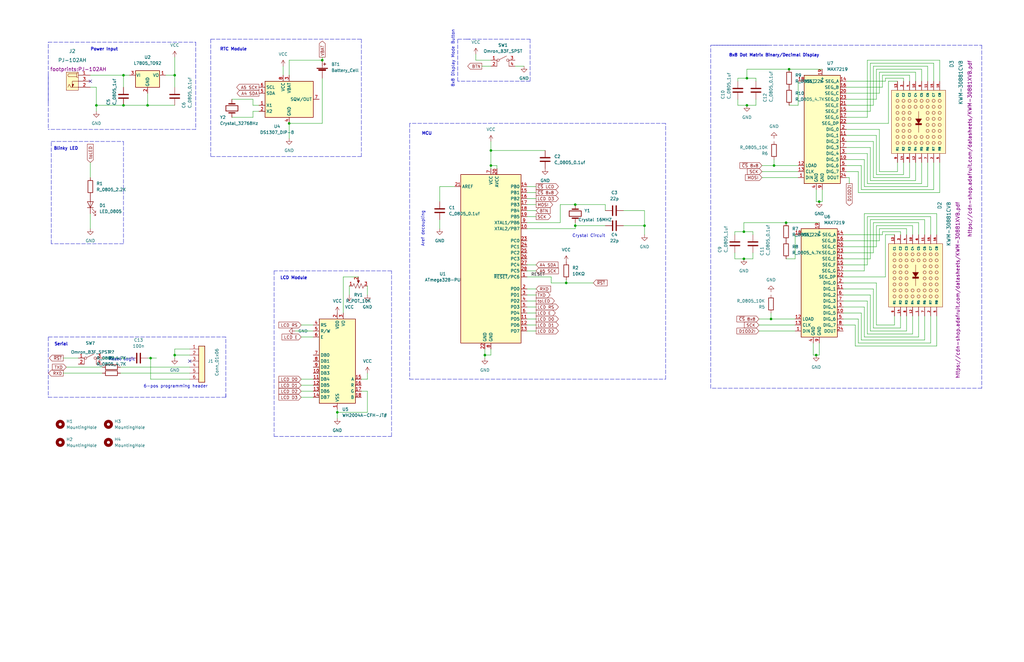
<source format=kicad_sch>
(kicad_sch (version 20211123) (generator eeschema)
  (paper "USLedger")
  (junction (at 326.39 69.85))
  (junction (at 314.96 44.45))
  (junction (at 52.07 31.75))
  (junction (at 204.47 149.86))
  (junction (at 332.74 29.21))
  (junction (at 207.01 63.5))
  (junction (at 238.76 119.38))
  (junction (at 52.07 44.45))
  (junction (at 62.23 44.45))
  (junction (at 63.5 151.13))
  (junction (at 40.64 44.45))
  (junction (at 271.78 95.25))
  (junction (at 345.44 85.09))
  (junction (at 313.69 97.79))
  (junction (at 207.01 69.85))
  (junction (at 121.92 52.07))
  (junction (at 313.69 109.22))
  (junction (at 135.89 25.4))
  (junction (at 242.57 86.36))
  (junction (at 314.96 33.02))
  (junction (at 325.12 134.62))
  (junction (at 142.24 173.99))
  (junction (at 331.47 93.98))
  (junction (at 344.17 149.86))
  (junction (at 73.66 31.75))
  (junction (at 73.66 149.86))
  (junction (at 242.57 95.25))
  (no_connect (at 80.01 152.4))
  (no_connect (at 38.1 34.29))
  (wire (pts (xy 346.71 80.01) (xy 346.71 85.09)))
  (wire (pts (xy 335.28 137.16) (xy 320.04 137.16)))
  (wire (pts (xy 154.94 157.48) (xy 154.94 160.02)))
  (wire (pts (xy 356.87 74.93) (xy 358.14 74.93)))
  (wire (pts (xy 313.69 93.98) (xy 313.69 97.79)))
  (polyline (pts (xy 414.02 19.05) (xy 414.02 163.83)))
  (wire (pts (xy 52.07 31.75) (xy 52.07 36.83)))
  (wire (pts (xy 317.5 97.79) (xy 317.5 99.06)))
  (polyline (pts (xy 165.1 184.15) (xy 165.1 114.3)))
  (wire (pts (xy 121.92 25.4) (xy 135.89 25.4)))
  (wire (pts (xy 367.03 109.22) (xy 355.6 109.22)))
  (wire (pts (xy 355.6 137.16) (xy 360.68 137.16)))
  (wire (pts (xy 236.22 93.98) (xy 236.22 86.36)))
  (wire (pts (xy 313.69 97.79) (xy 317.5 97.79)))
  (wire (pts (xy 332.74 29.21) (xy 346.71 29.21)))
  (wire (pts (xy 391.16 78.74) (xy 391.16 68.58)))
  (wire (pts (xy 207.01 63.5) (xy 207.01 69.85)))
  (wire (pts (xy 135.89 24.13) (xy 135.89 25.4)))
  (wire (pts (xy 226.06 81.28) (xy 222.25 81.28)))
  (wire (pts (xy 271.78 88.9) (xy 271.78 95.25)))
  (wire (pts (xy 379.73 138.43) (xy 379.73 133.35)))
  (wire (pts (xy 127 167.64) (xy 132.08 167.64)))
  (wire (pts (xy 367.03 76.2) (xy 386.08 76.2)))
  (wire (pts (xy 40.64 44.45) (xy 40.64 46.99)))
  (polyline (pts (xy 20.32 167.64) (xy 95.25 167.64)))
  (wire (pts (xy 73.66 24.13) (xy 73.66 31.75)))
  (wire (pts (xy 374.65 34.29) (xy 378.46 34.29)))
  (wire (pts (xy 135.89 33.02) (xy 135.89 52.07)))
  (wire (pts (xy 207.01 25.4) (xy 200.66 25.4)))
  (wire (pts (xy 43.18 157.48) (xy 26.67 157.48)))
  (wire (pts (xy 185.42 92.71) (xy 185.42 96.52)))
  (wire (pts (xy 365.76 127) (xy 365.76 140.97)))
  (polyline (pts (xy 20.32 31.75) (xy 20.32 54.61)))
  (wire (pts (xy 331.47 109.22) (xy 335.28 109.22)))
  (wire (pts (xy 373.38 99.06) (xy 377.19 99.06)))
  (wire (pts (xy 154.94 120.65) (xy 154.94 124.46)))
  (wire (pts (xy 52.07 44.45) (xy 62.23 44.45)))
  (wire (pts (xy 386.08 30.48) (xy 370.84 30.48)))
  (polyline (pts (xy 52.07 102.87) (xy 21.59 102.87)))
  (wire (pts (xy 365.76 140.97) (xy 384.81 140.97)))
  (wire (pts (xy 191.77 78.74) (xy 185.42 78.74)))
  (wire (pts (xy 363.22 80.01) (xy 363.22 69.85)))
  (polyline (pts (xy 21.59 59.69) (xy 24.13 59.69)))
  (wire (pts (xy 368.3 121.92) (xy 368.3 138.43)))
  (wire (pts (xy 364.49 90.17) (xy 364.49 114.3)))
  (wire (pts (xy 336.55 44.45) (xy 336.55 34.29)))
  (wire (pts (xy 147.32 124.46) (xy 147.32 120.65)))
  (polyline (pts (xy 172.72 160.02) (xy 280.67 160.02)))
  (wire (pts (xy 365.76 25.4) (xy 365.76 49.53)))
  (wire (pts (xy 226.06 132.08) (xy 222.25 132.08)))
  (wire (pts (xy 346.71 85.09) (xy 345.44 85.09)))
  (wire (pts (xy 271.78 95.25) (xy 271.78 99.06)))
  (wire (pts (xy 345.44 144.78) (xy 345.44 149.86)))
  (wire (pts (xy 325.12 132.08) (xy 325.12 134.62)))
  (wire (pts (xy 369.57 104.14) (xy 355.6 104.14)))
  (wire (pts (xy 369.57 119.38) (xy 369.57 137.16)))
  (wire (pts (xy 372.11 31.75) (xy 383.54 31.75)))
  (wire (pts (xy 106.68 49.53) (xy 106.68 46.99)))
  (wire (pts (xy 222.25 124.46) (xy 226.06 124.46)))
  (wire (pts (xy 311.15 44.45) (xy 314.96 44.45)))
  (wire (pts (xy 368.3 106.68) (xy 368.3 93.98)))
  (wire (pts (xy 154.94 165.1) (xy 154.94 173.99)))
  (wire (pts (xy 389.89 143.51) (xy 389.89 133.35)))
  (wire (pts (xy 365.76 111.76) (xy 365.76 91.44)))
  (wire (pts (xy 226.06 78.74) (xy 222.25 78.74)))
  (wire (pts (xy 207.01 69.85) (xy 207.01 71.12)))
  (wire (pts (xy 262.89 95.25) (xy 271.78 95.25)))
  (wire (pts (xy 242.57 95.25) (xy 242.57 93.98)))
  (polyline (pts (xy 95.25 142.24) (xy 20.32 142.24)))
  (polyline (pts (xy 300.99 19.05) (xy 414.02 19.05)))
  (wire (pts (xy 314.96 44.45) (xy 318.77 44.45)))
  (wire (pts (xy 144.78 116.84) (xy 144.78 132.08)))
  (wire (pts (xy 384.81 140.97) (xy 384.81 133.35)))
  (wire (pts (xy 209.55 69.85) (xy 207.01 69.85)))
  (polyline (pts (xy 115.57 184.15) (xy 165.1 184.15)))
  (wire (pts (xy 356.87 67.31) (xy 364.49 67.31)))
  (wire (pts (xy 207.01 59.69) (xy 207.01 63.5)))
  (wire (pts (xy 382.27 139.7) (xy 367.03 139.7)))
  (wire (pts (xy 361.95 81.28) (xy 396.24 81.28)))
  (wire (pts (xy 383.54 31.75) (xy 383.54 34.29)))
  (wire (pts (xy 356.87 62.23) (xy 367.03 62.23)))
  (wire (pts (xy 396.24 81.28) (xy 396.24 68.58)))
  (wire (pts (xy 242.57 96.52) (xy 242.57 95.25)))
  (wire (pts (xy 204.47 151.13) (xy 204.47 149.86)))
  (wire (pts (xy 355.6 132.08) (xy 363.22 132.08)))
  (polyline (pts (xy 20.32 17.78) (xy 82.55 17.78)))
  (wire (pts (xy 388.62 68.58) (xy 388.62 77.47)))
  (wire (pts (xy 370.84 30.48) (xy 370.84 39.37)))
  (wire (pts (xy 238.76 119.38) (xy 238.76 118.11)))
  (wire (pts (xy 392.43 91.44) (xy 392.43 99.06)))
  (wire (pts (xy 309.88 97.79) (xy 313.69 97.79)))
  (wire (pts (xy 386.08 76.2) (xy 386.08 68.58)))
  (wire (pts (xy 226.06 129.54) (xy 222.25 129.54)))
  (wire (pts (xy 226.06 137.16) (xy 222.25 137.16)))
  (wire (pts (xy 222.25 127) (xy 226.06 127)))
  (wire (pts (xy 345.44 149.86) (xy 344.17 149.86)))
  (polyline (pts (xy 165.1 114.3) (xy 115.57 114.3)))
  (wire (pts (xy 382.27 133.35) (xy 382.27 139.7)))
  (wire (pts (xy 321.31 69.85) (xy 326.39 69.85)))
  (wire (pts (xy 374.65 52.07) (xy 374.65 34.29)))
  (wire (pts (xy 368.3 44.45) (xy 356.87 44.45)))
  (wire (pts (xy 144.78 116.84) (xy 151.13 116.84)))
  (wire (pts (xy 342.9 149.86) (xy 344.17 149.86)))
  (wire (pts (xy 363.22 132.08) (xy 363.22 143.51)))
  (wire (pts (xy 355.6 119.38) (xy 369.57 119.38)))
  (wire (pts (xy 355.6 121.92) (xy 368.3 121.92)))
  (wire (pts (xy 203.2 27.94) (xy 207.01 27.94)))
  (wire (pts (xy 365.76 91.44) (xy 392.43 91.44)))
  (wire (pts (xy 238.76 119.38) (xy 250.19 119.38)))
  (wire (pts (xy 314.96 29.21) (xy 314.96 33.02)))
  (polyline (pts (xy 223.52 34.29) (xy 193.04 34.29)))
  (wire (pts (xy 226.06 83.82) (xy 222.25 83.82)))
  (wire (pts (xy 313.69 93.98) (xy 331.47 93.98)))
  (wire (pts (xy 356.87 36.83) (xy 372.11 36.83)))
  (wire (pts (xy 226.06 111.76) (xy 222.25 111.76)))
  (wire (pts (xy 309.88 109.22) (xy 313.69 109.22)))
  (wire (pts (xy 207.01 149.86) (xy 207.01 147.32)))
  (wire (pts (xy 255.27 86.36) (xy 242.57 86.36)))
  (wire (pts (xy 73.66 36.83) (xy 73.66 31.75)))
  (wire (pts (xy 262.89 88.9) (xy 271.78 88.9)))
  (wire (pts (xy 388.62 29.21) (xy 388.62 34.29)))
  (wire (pts (xy 106.68 41.91) (xy 106.68 44.45)))
  (wire (pts (xy 379.73 97.79) (xy 379.73 99.06)))
  (polyline (pts (xy 52.07 59.69) (xy 52.07 102.87)))
  (wire (pts (xy 394.97 90.17) (xy 364.49 90.17)))
  (wire (pts (xy 127 160.02) (xy 132.08 160.02)))
  (wire (pts (xy 320.04 139.7) (xy 335.28 139.7)))
  (wire (pts (xy 365.76 64.77) (xy 356.87 64.77)))
  (wire (pts (xy 378.46 72.39) (xy 378.46 68.58)))
  (wire (pts (xy 127 137.16) (xy 132.08 137.16)))
  (wire (pts (xy 369.57 137.16) (xy 377.19 137.16)))
  (wire (pts (xy 381 33.02) (xy 381 34.29)))
  (wire (pts (xy 361.95 134.62) (xy 355.6 134.62)))
  (wire (pts (xy 364.49 142.24) (xy 364.49 129.54)))
  (wire (pts (xy 73.66 149.86) (xy 80.01 149.86)))
  (wire (pts (xy 152.4 165.1) (xy 154.94 165.1)))
  (wire (pts (xy 384.81 95.25) (xy 369.57 95.25)))
  (wire (pts (xy 363.22 69.85) (xy 356.87 69.85)))
  (wire (pts (xy 62.23 151.13) (xy 63.5 151.13)))
  (wire (pts (xy 127 162.56) (xy 132.08 162.56)))
  (wire (pts (xy 63.5 160.02) (xy 63.5 151.13)))
  (wire (pts (xy 106.68 46.99) (xy 109.22 46.99)))
  (wire (pts (xy 394.97 146.05) (xy 394.97 133.35)))
  (polyline (pts (xy 223.52 16.51) (xy 223.52 34.29)))
  (wire (pts (xy 127 142.24) (xy 132.08 142.24)))
  (wire (pts (xy 368.3 27.94) (xy 368.3 44.45)))
  (wire (pts (xy 369.57 73.66) (xy 381 73.66)))
  (wire (pts (xy 373.38 34.29) (xy 373.38 33.02)))
  (wire (pts (xy 370.84 96.52) (xy 382.27 96.52)))
  (wire (pts (xy 356.87 41.91) (xy 369.57 41.91)))
  (wire (pts (xy 356.87 57.15) (xy 369.57 57.15)))
  (wire (pts (xy 142.24 172.72) (xy 142.24 173.99)))
  (wire (pts (xy 355.6 116.84) (xy 373.38 116.84)))
  (wire (pts (xy 127 165.1) (xy 132.08 165.1)))
  (wire (pts (xy 326.39 67.31) (xy 326.39 69.85)))
  (wire (pts (xy 26.67 151.13) (xy 33.02 151.13)))
  (wire (pts (xy 361.95 72.39) (xy 361.95 81.28)))
  (wire (pts (xy 142.24 173.99) (xy 142.24 176.53)))
  (wire (pts (xy 52.07 44.45) (xy 40.64 44.45)))
  (wire (pts (xy 119.38 27.94) (xy 119.38 31.75)))
  (wire (pts (xy 336.55 72.39) (xy 321.31 72.39)))
  (wire (pts (xy 222.25 121.92) (xy 226.06 121.92)))
  (wire (pts (xy 355.6 111.76) (xy 365.76 111.76)))
  (wire (pts (xy 394.97 99.06) (xy 394.97 90.17)))
  (wire (pts (xy 232.41 116.84) (xy 232.41 119.38)))
  (wire (pts (xy 217.17 27.94) (xy 220.98 27.94)))
  (wire (pts (xy 135.89 52.07) (xy 121.92 52.07)))
  (wire (pts (xy 368.3 93.98) (xy 387.35 93.98)))
  (wire (pts (xy 364.49 67.31) (xy 364.49 78.74)))
  (wire (pts (xy 392.43 133.35) (xy 392.43 144.78)))
  (wire (pts (xy 222.25 91.44) (xy 226.06 91.44)))
  (wire (pts (xy 369.57 95.25) (xy 369.57 104.14)))
  (wire (pts (xy 355.6 106.68) (xy 368.3 106.68)))
  (wire (pts (xy 368.3 138.43) (xy 379.73 138.43)))
  (wire (pts (xy 207.01 63.5) (xy 229.87 63.5)))
  (wire (pts (xy 209.55 71.12) (xy 209.55 69.85)))
  (wire (pts (xy 52.07 31.75) (xy 54.61 31.75)))
  (polyline (pts (xy 299.72 163.83) (xy 299.72 19.05)))
  (polyline (pts (xy 152.4 66.04) (xy 88.9 66.04)))
  (wire (pts (xy 314.96 29.21) (xy 332.74 29.21)))
  (wire (pts (xy 360.68 146.05) (xy 394.97 146.05)))
  (wire (pts (xy 372.11 36.83) (xy 372.11 31.75)))
  (wire (pts (xy 356.87 46.99) (xy 367.03 46.99)))
  (polyline (pts (xy 193.04 16.51) (xy 198.12 16.51)))
  (wire (pts (xy 383.54 74.93) (xy 368.3 74.93)))
  (wire (pts (xy 367.03 139.7) (xy 367.03 124.46)))
  (polyline (pts (xy 82.55 54.61) (xy 20.32 54.61)))
  (wire (pts (xy 222.25 93.98) (xy 236.22 93.98)))
  (wire (pts (xy 38.1 36.83) (xy 40.64 36.83)))
  (wire (pts (xy 226.06 139.7) (xy 222.25 139.7)))
  (wire (pts (xy 370.84 101.6) (xy 370.84 96.52)))
  (wire (pts (xy 377.19 137.16) (xy 377.19 133.35)))
  (wire (pts (xy 393.7 80.01) (xy 363.22 80.01)))
  (wire (pts (xy 364.49 78.74) (xy 391.16 78.74)))
  (polyline (pts (xy 21.59 102.87) (xy 21.59 59.69)))
  (wire (pts (xy 364.49 114.3) (xy 355.6 114.3)))
  (wire (pts (xy 311.15 34.29) (xy 311.15 33.02)))
  (wire (pts (xy 152.4 160.02) (xy 154.94 160.02)))
  (wire (pts (xy 372.11 97.79) (xy 379.73 97.79)))
  (polyline (pts (xy 414.02 163.83) (xy 299.72 163.83)))
  (wire (pts (xy 73.66 149.86) (xy 73.66 151.13)))
  (wire (pts (xy 356.87 52.07) (xy 374.65 52.07)))
  (wire (pts (xy 242.57 95.25) (xy 255.27 95.25)))
  (wire (pts (xy 373.38 33.02) (xy 381 33.02)))
  (wire (pts (xy 309.88 106.68) (xy 309.88 109.22)))
  (wire (pts (xy 365.76 49.53) (xy 356.87 49.53)))
  (polyline (pts (xy 82.55 17.78) (xy 82.55 54.61)))
  (wire (pts (xy 80.01 147.32) (xy 73.66 147.32)))
  (wire (pts (xy 396.24 34.29) (xy 396.24 25.4)))
  (wire (pts (xy 387.35 142.24) (xy 364.49 142.24)))
  (wire (pts (xy 97.79 49.53) (xy 106.68 49.53)))
  (wire (pts (xy 367.03 46.99) (xy 367.03 26.67)))
  (wire (pts (xy 369.57 29.21) (xy 388.62 29.21)))
  (wire (pts (xy 387.35 133.35) (xy 387.35 142.24)))
  (wire (pts (xy 27.94 154.94) (xy 43.18 154.94)))
  (wire (pts (xy 396.24 25.4) (xy 365.76 25.4)))
  (wire (pts (xy 73.66 31.75) (xy 69.85 31.75)))
  (wire (pts (xy 317.5 109.22) (xy 317.5 106.68)))
  (wire (pts (xy 358.14 74.93) (xy 358.14 77.47)))
  (wire (pts (xy 373.38 116.84) (xy 373.38 99.06)))
  (wire (pts (xy 382.27 96.52) (xy 382.27 99.06)))
  (wire (pts (xy 393.7 68.58) (xy 393.7 80.01)))
  (wire (pts (xy 370.84 72.39) (xy 378.46 72.39)))
  (wire (pts (xy 364.49 129.54) (xy 355.6 129.54)))
  (wire (pts (xy 372.11 99.06) (xy 372.11 97.79)))
  (wire (pts (xy 106.68 44.45) (xy 109.22 44.45)))
  (wire (pts (xy 384.81 99.06) (xy 384.81 95.25)))
  (wire (pts (xy 154.94 173.99) (xy 142.24 173.99)))
  (wire (pts (xy 62.23 44.45) (xy 62.23 39.37)))
  (wire (pts (xy 314.96 33.02) (xy 318.77 33.02)))
  (wire (pts (xy 311.15 41.91) (xy 311.15 44.45)))
  (wire (pts (xy 361.95 144.78) (xy 361.95 134.62)))
  (wire (pts (xy 360.68 137.16) (xy 360.68 146.05)))
  (polyline (pts (xy 280.67 160.02) (xy 280.67 52.07)))
  (wire (pts (xy 80.01 157.48) (xy 50.8 157.48)))
  (wire (pts (xy 355.6 99.06) (xy 372.11 99.06)))
  (wire (pts (xy 326.39 69.85) (xy 336.55 69.85)))
  (wire (pts (xy 255.27 88.9) (xy 255.27 86.36)))
  (wire (pts (xy 388.62 77.47) (xy 365.76 77.47)))
  (polyline (pts (xy 299.72 19.05) (xy 323.85 19.05)))
  (polyline (pts (xy 88.9 16.51) (xy 88.9 66.04)))
  (wire (pts (xy 124.46 139.7) (xy 132.08 139.7)))
  (wire (pts (xy 344.17 85.09) (xy 345.44 85.09)))
  (wire (pts (xy 318.77 44.45) (xy 318.77 41.91)))
  (wire (pts (xy 232.41 119.38) (xy 238.76 119.38)))
  (polyline (pts (xy 193.04 34.29) (xy 193.04 16.51)))
  (wire (pts (xy 370.84 39.37) (xy 356.87 39.37)))
  (wire (pts (xy 185.42 78.74) (xy 185.42 85.09)))
  (wire (pts (xy 335.28 109.22) (xy 335.28 99.06)))
  (wire (pts (xy 62.23 44.45) (xy 73.66 44.45)))
  (wire (pts (xy 318.77 33.02) (xy 318.77 34.29)))
  (polyline (pts (xy 20.32 43.18) (xy 20.32 17.78)))
  (wire (pts (xy 355.6 101.6) (xy 370.84 101.6)))
  (wire (pts (xy 365.76 77.47) (xy 365.76 64.77)))
  (wire (pts (xy 355.6 127) (xy 365.76 127)))
  (wire (pts (xy 367.03 92.71) (xy 367.03 109.22)))
  (wire (pts (xy 325.12 134.62) (xy 335.28 134.62)))
  (wire (pts (xy 386.08 34.29) (xy 386.08 30.48)))
  (wire (pts (xy 387.35 93.98) (xy 387.35 99.06)))
  (wire (pts (xy 204.47 149.86) (xy 207.01 149.86)))
  (wire (pts (xy 368.3 59.69) (xy 356.87 59.69)))
  (wire (pts (xy 313.69 109.22) (xy 317.5 109.22)))
  (wire (pts (xy 50.8 154.94) (xy 80.01 154.94)))
  (wire (pts (xy 226.06 134.62) (xy 222.25 134.62)))
  (wire (pts (xy 391.16 34.29) (xy 391.16 27.94)))
  (polyline (pts (xy 95.25 167.64) (xy 95.25 142.24)))
  (wire (pts (xy 332.74 44.45) (xy 336.55 44.45)))
  (polyline (pts (xy 88.9 16.51) (xy 152.4 16.51)))
  (wire (pts (xy 356.87 34.29) (xy 373.38 34.29)))
  (wire (pts (xy 222.25 116.84) (xy 232.41 116.84)))
  (wire (pts (xy 356.87 72.39) (xy 361.95 72.39)))
  (wire (pts (xy 200.66 25.4) (xy 200.66 22.86)))
  (wire (pts (xy 222.25 96.52) (xy 242.57 96.52)))
  (wire (pts (xy 38.1 68.58) (xy 38.1 74.93)))
  (wire (pts (xy 63.5 151.13) (xy 66.04 151.13)))
  (wire (pts (xy 80.01 160.02) (xy 63.5 160.02)))
  (wire (pts (xy 320.04 134.62) (xy 325.12 134.62)))
  (polyline (pts (xy 172.72 52.07) (xy 172.72 160.02)))
  (wire (pts (xy 321.31 74.93) (xy 336.55 74.93)))
  (wire (pts (xy 392.43 144.78) (xy 361.95 144.78)))
  (wire (pts (xy 222.25 86.36) (xy 226.06 86.36)))
  (wire (pts (xy 370.84 54.61) (xy 370.84 72.39)))
  (wire (pts (xy 40.64 36.83) (xy 40.64 44.45)))
  (polyline (pts (xy 152.4 16.51) (xy 152.4 66.04)))
  (wire (pts (xy 369.57 41.91) (xy 369.57 29.21)))
  (polyline (pts (xy 24.13 59.69) (xy 52.07 59.69)))
  (wire (pts (xy 356.87 54.61) (xy 370.84 54.61)))
  (wire (pts (xy 38.1 31.75) (xy 52.07 31.75)))
  (wire (pts (xy 367.03 26.67) (xy 393.7 26.67)))
  (wire (pts (xy 226.06 114.3) (xy 222.25 114.3)))
  (wire (pts (xy 311.15 33.02) (xy 314.96 33.02)))
  (wire (pts (xy 309.88 99.06) (xy 309.88 97.79)))
  (wire (pts (xy 43.18 151.13) (xy 54.61 151.13)))
  (wire (pts (xy 389.89 92.71) (xy 367.03 92.71)))
  (wire (pts (xy 381 73.66) (xy 381 68.58)))
  (polyline (pts (xy 20.32 142.24) (xy 20.32 167.64)))
  (wire (pts (xy 236.22 86.36) (xy 242.57 86.36)))
  (wire (pts (xy 368.3 74.93) (xy 368.3 59.69)))
  (wire (pts (xy 73.66 147.32) (xy 73.66 149.86)))
  (wire (pts (xy 121.92 31.75) (xy 121.92 25.4)))
  (polyline (pts (xy 196.85 16.51) (xy 223.52 16.51)))
  (wire (pts (xy 331.47 93.98) (xy 345.44 93.98)))
  (wire (pts (xy 342.9 144.78) (xy 342.9 149.86)))
  (wire (pts (xy 369.57 57.15) (xy 369.57 73.66)))
  (wire (pts (xy 204.47 149.86) (xy 204.47 147.32)))
  (wire (pts (xy 393.7 26.67) (xy 393.7 34.29)))
  (wire (pts (xy 97.79 41.91) (xy 106.68 41.91)))
  (wire (pts (xy 363.22 143.51) (xy 389.89 143.51)))
  (wire (pts (xy 367.03 124.46) (xy 355.6 124.46)))
  (wire (pts (xy 222.25 88.9) (xy 226.06 88.9)))
  (wire (pts (xy 389.89 99.06) (xy 389.89 92.71)))
  (wire (pts (xy 383.54 68.58) (xy 383.54 74.93)))
  (wire (pts (xy 344.17 80.01) (xy 344.17 85.09)))
  (wire (pts (xy 121.92 52.07) (xy 121.92 58.42)))
  (wire (pts (xy 367.03 62.23) (xy 367.03 76.2)))
  (polyline (pts (xy 95.25 166.37) (xy 95.25 167.64)))
  (polyline (pts (xy 115.57 114.3) (xy 115.57 184.15)))
  (wire (pts (xy 391.16 27.94) (xy 368.3 27.94)))
  (polyline (pts (xy 280.67 52.07) (xy 172.72 52.07)))
  (wire (pts (xy 38.1 90.17) (xy 38.1 96.52)))
  (text "Reset Logic\n" (at 57.15 152.4 180) (effects (font (size 1.27 1.27)) (justify right bottom)))
  (text "Serial\n" (at 22.86 146.05 0) (effects (font (size 1.27 1.27) (thickness 0.254) bold) (justify left bottom)))
  (text "LCD Module\n" (at 118.11 118.11 0) (effects (font (size 1.27 1.27) (thickness 0.254) bold) (justify left bottom)))
  (text "Crystal Circuit\n" (at 255.27 100.33 180) (effects (font (size 1.27 1.27)) (justify right bottom)))
  (text "Aref decoupling\n" (at 179.07 88.9 270) (effects (font (size 1.27 1.27)) (justify right bottom)))
  (text "8x8 Display Mode Button" (at 191.77 36.83 90) (effects (font (size 1.27 1.27)) (justify left bottom)))
  (text "RTC Module\n" (at 92.71 21.59 0) (effects (font (size 1.27 1.27) bold) (justify left bottom)))
  (text "6-pos programming header\n" (at 87.63 163.83 180) (effects (font (size 1.27 1.27)) (justify right bottom)))
  (text "8x8 Dot Matrix Binary/Decimal Display\n" (at 307.34 24.13 0) (effects (font (size 1.27 1.27) (thickness 0.254) bold) (justify left bottom)))
  (text "Blinky LED\n" (at 33.02 63.5 180) (effects (font (size 1.27 1.27) (thickness 0.254) bold) (justify right bottom)))
  (text "Power Input\n" (at 38.1 21.59 0) (effects (font (size 1.27 1.27) bold) (justify left bottom)))
  (text "MCU" (at 177.8 57.15 0) (effects (font (size 1.27 1.27) bold) (justify left bottom)))
  (label "RESET" (at 229.87 116.84 180))
  (global_label "LCD E" (shape output) (at 226.06 132.08 0) (property "Intersheet References" "${INTERSHEET_REFS}" (effects hide)))
  (global_label "~{CS} LCD" (shape output) (at 226.06 78.74 0) (property "Intersheet References" "${INTERSHEET_REFS}" (effects hide)))
  (global_label "MOSI" (shape output) (at 226.06 86.36 0) (property "Intersheet References" "${INTERSHEET_REFS}" (effects hide)))
  (global_label "~{CS} 8x8" (shape output) (at 226.06 81.28 0) (property "Intersheet References" "${INTERSHEET_REFS}" (effects hide)))
  (global_label "LCD D0" (shape output) (at 226.06 134.62 0) (property "Intersheet References" "${INTERSHEET_REFS}" (effects hide)))
  (global_label "D1OD2I" (shape input) (at 320.04 139.7 180) (property "Intersheet References" "${INTERSHEET_REFS}" (effects hide)))
  (global_label "toLED" (shape output) (at 226.06 127 0) (property "Intersheet References" "${INTERSHEET_REFS}" (effects hide)))
  (global_label "LCD D3" (shape output) (at 226.06 83.82 0) (property "Intersheet References" "${INTERSHEET_REFS}" (effects hide)))
  (global_label "~{RST}" (shape output) (at 26.67 151.13 180) (property "Intersheet References" "${INTERSHEET_REFS}" (effects hide)))
  (global_label "toLED" (shape input) (at 38.1 68.58 90) (property "Intersheet References" "${INTERSHEET_REFS}" (effects hide)))
  (global_label "~{CS} 8x8" (shape input) (at 320.04 134.62 180) (property "Intersheet References" "${INTERSHEET_REFS}" (effects hide)))
  (global_label "~{RST}" (shape input) (at 250.19 119.38 0) (property "Intersheet References" "${INTERSHEET_REFS}" (effects hide)))
  (global_label "LCD E" (shape input) (at 127 142.24 180) (property "Intersheet References" "${INTERSHEET_REFS}" (effects hide)))
  (global_label "LCD D0" (shape input) (at 127 160.02 180) (property "Intersheet References" "${INTERSHEET_REFS}" (effects hide)))
  (global_label "LCD D1" (shape output) (at 226.06 137.16 0) (property "Intersheet References" "${INTERSHEET_REFS}" (effects hide)))
  (global_label "SCK" (shape input) (at 320.04 137.16 180) (property "Intersheet References" "${INTERSHEET_REFS}" (effects hide)))
  (global_label "A4 SDA" (shape output) (at 109.22 39.37 180) (property "Intersheet References" "${INTERSHEET_REFS}" (effects hide)))
  (global_label "D1OD2I" (shape output) (at 358.14 77.47 270) (property "Intersheet References" "${INTERSHEET_REFS}" (effects hide)))
  (global_label "TXD" (shape input) (at 27.94 154.94 180) (property "Intersheet References" "${INTERSHEET_REFS}" (effects hide)))
  (global_label "RXD" (shape input) (at 226.06 121.92 0) (property "Intersheet References" "${INTERSHEET_REFS}" (effects hide)))
  (global_label "LCD D3" (shape input) (at 127 167.64 180) (property "Intersheet References" "${INTERSHEET_REFS}" (effects hide)))
  (global_label "LCD RS" (shape output) (at 226.06 129.54 0) (property "Intersheet References" "${INTERSHEET_REFS}" (effects hide)))
  (global_label "LCD D2" (shape input) (at 127 165.1 180) (property "Intersheet References" "${INTERSHEET_REFS}" (effects hide)))
  (global_label "MOSI" (shape input) (at 321.31 74.93 180) (property "Intersheet References" "${INTERSHEET_REFS}" (effects hide)))
  (global_label "~{CS} 8x8" (shape input) (at 321.31 69.85 180) (property "Intersheet References" "${INTERSHEET_REFS}" (effects hide)))
  (global_label "BTN" (shape input) (at 226.06 88.9 0) (property "Intersheet References" "${INTERSHEET_REFS}" (effects hide)))
  (global_label "RXD" (shape output) (at 26.67 157.48 180) (property "Intersheet References" "${INTERSHEET_REFS}" (effects hide)))
  (global_label "BTN" (shape output) (at 203.2 27.94 180) (property "Intersheet References" "${INTERSHEET_REFS}" (effects hide)))
  (global_label "A5 SCK" (shape output) (at 109.22 36.83 180) (property "Intersheet References" "${INTERSHEET_REFS}" (effects hide)))
  (global_label "SCK" (shape output) (at 226.06 91.44 0) (property "Intersheet References" "${INTERSHEET_REFS}" (effects hide)))
  (global_label "LCD D1" (shape input) (at 127 162.56 180) (property "Intersheet References" "${INTERSHEET_REFS}" (effects hide)))
  (global_label "LCD RS" (shape input) (at 127 137.16 180) (property "Intersheet References" "${INTERSHEET_REFS}" (effects hide)))
  (global_label "TXD" (shape output) (at 226.06 124.46 0) (property "Intersheet References" "${INTERSHEET_REFS}" (effects hide)))
  (global_label "SCK" (shape input) (at 321.31 72.39 180) (property "Intersheet References" "${INTERSHEET_REFS}" (effects hide)))
  (global_label "A4 SDA" (shape input) (at 226.06 111.76 0) (property "Intersheet References" "${INTERSHEET_REFS}" (effects hide)))
  (global_label "LCD D2" (shape output) (at 226.06 139.7 0) (property "Intersheet References" "${INTERSHEET_REFS}" (effects hide)))
  (global_label "A5 SCK" (shape input) (at 226.06 114.3 0) (property "Intersheet References" "${INTERSHEET_REFS}" (effects hide)))
  (global_label "VBAT" (shape output) (at 135.89 24.13 90) (property "Intersheet References" "${INTERSHEET_REFS}" (effects hide)))
  (symbol (lib_id "HPS:C_0805_0.1uf") (at 185.42 88.9 0) (unit 1)
    (property "Reference" "C1" (at 189.23 87.6299 0) (effects (justify left)))
    (property "Value" "C_0805_0.1uf" (at 189.23 90.1699 0) (effects (justify left)))
    (property "Footprint" "footprints:C_0805_2012Metric" (effects hide))
    (property "Datasheet" "https://datasheets.avx.com/X7RDielectric.pdf" (effects hide))
    (property "MFG" "AVX Corporation" (effects hide))
    (property "MPN" "08055C104KAT2A" (effects hide))
    (property "Digikey PN" "478-1395-1-ND" (effects hide))
    (property "Mouser PN" "N/A" (effects hide))
    (property "Voltage" "N/A" (effects hide))
    (property "Dielectric" "N/A" (effects hide))
    (property "Tolerance" "N/A" (effects hide))
  )
  (symbol (lib_id "HPS:KWM-30881CVB") (at 386.08 116.84 90) (unit 1)
    (property "Reference" "D2" (at 396.24 85.09 0) (effects (font (size 1.524 1.524)) (justify right)))
    (property "Value" "KWM-30881CVB" (at 400.05 85.09 0) (effects (font (size 1.524 1.524)) (justify right)))
    (property "Footprint" "footprints:KWM-30881CVB" (effects hide))
    (property "Datasheet" "https://cdn-shop.adafruit.com/datasheets/KWM-30881XVB.pdf" (at 403.86 85.09 0) (effects (font (size 1.524 1.524)) (justify right)))
    (property "MFG" "Adafruit" (effects hide))
    (property "MPN" "KWM-30881CVB" (effects hide))
    (property "Digikey PN" "N/A" (effects hide))
    (property "Mouser PN" "N/A" (effects hide))
  )
  (symbol (lib_id "HPS:Crystal_16MHz") (at 242.57 90.17 270) (unit 1)
    (property "Reference" "Y1" (at 246.38 88.8999 90) (effects (justify left)))
    (property "Value" "Crystal 16MHZ" (at 243.84 92.71 90) (effects (justify left)))
    (property "Footprint" "footprints:Crystal_SMD_HC49-SD" (effects hide))
    (property "Datasheet" "https://ecsxtal.com/store/pdf/csm-7x-dn.pdf" (effects hide))
    (property "MFG" "ECS Inc." (effects hide))
    (property "MPN" "ECS-160-20-5PXDN-TR" (effects hide))
    (property "Digikey PN" "XC1299CT-ND" (effects hide))
    (property "Mouser PN" "N/A" (effects hide))
  )
  (symbol (lib_id "HPS:VCC") (at 142.24 132.08 0) (unit 1)
    (property "Reference" "#PWR017" (effects hide))
    (property "Value" "VCC" (at 142.24 127 0))
  )
  (symbol (lib_id "HPS:C_0805_0.1uf") (at 318.77 38.1 0) (unit 1)
    (property "Reference" "C12" (at 322.58 43.18 90) (effects (justify left)))
    (property "Value" "C_0805_0.1uf" (at 325.12 43.18 90) (effects (justify left)))
    (property "Footprint" "footprints:C_0805_2012Metric" (effects hide))
    (property "Datasheet" "https://datasheets.avx.com/X7RDielectric.pdf" (effects hide))
    (property "MFG" "AVX Corporation" (effects hide))
    (property "MPN" "08055C104KAT2A" (effects hide))
    (property "Digikey PN" "478-1395-1-ND" (effects hide))
    (property "Mouser PN" "N/A" (effects hide))
    (property "Voltage" "N/A" (effects hide))
    (property "Dielectric" "N/A" (effects hide))
    (property "Tolerance" "N/A" (effects hide))
  )
  (symbol (lib_id "HPS:GND") (at 220.98 27.94 0) (unit 1)
    (property "Reference" "#PWR023" (effects hide))
    (property "Value" "GND" (at 220.98 33.02 0))
  )
  (symbol (lib_id "power:GND") (at 73.66 151.13 0) (unit 1)
    (property "Reference" "#PWR012" (effects hide))
    (property "Value" "GND" (at 73.66 156.21 0))
  )
  (symbol (lib_id "HPS:R_0805_10K") (at 325.12 128.27 180) (unit 1)
    (property "Reference" "R5" (at 322.58 129.5401 0) (effects (justify left)))
    (property "Value" "R_0805_10K" (at 322.58 127.0001 0) (effects (justify left)))
    (property "Footprint" "footprints:R_0805_2012Metric" (effects hide))
    (property "Datasheet" "https://www.digikey.com/en/products/detail/yageo/RC0805FR-0710KL/727535" (effects hide))
    (property "MFG" "Yageo" (effects hide))
    (property "MPN" "RC0805FR-0710KL" (effects hide))
    (property "Digikey PN" "311-10.0KCRCT-ND" (effects hide))
    (property "Mouser PN" "N/A" (effects hide))
    (property "Power" "N/A" (effects hide))
    (property "Tolerance" "N/A" (effects hide))
  )
  (symbol (lib_id "HPS:MountingHole") (at 45.72 179.07 0) (unit 1)
    (property "Reference" "H3" (at 48.26 177.7999 0) (effects (justify left)))
    (property "Value" "MountingHole" (at 48.26 180.3399 0) (effects (justify left)))
    (property "Footprint" "footprints:MountingHole_3.2mm_M3" (effects hide))
  )
  (symbol (lib_id "HPS:MountingHole") (at 25.4 179.07 0) (unit 1)
    (property "Reference" "H1" (at 27.94 177.7999 0) (effects (justify left)))
    (property "Value" "MountingHole" (at 27.94 180.3399 0) (effects (justify left)))
    (property "Footprint" "footprints:MountingHole_3.2mm_M3" (effects hide))
  )
  (symbol (lib_id "HPS:GND") (at 40.64 46.99 0) (unit 1)
    (property "Reference" "#PWR010" (effects hide))
    (property "Value" "GND" (at 40.64 52.07 0))
  )
  (symbol (lib_id "HPS:GND") (at 121.92 58.42 0) (unit 1)
    (property "Reference" "#PWR015" (effects hide))
    (property "Value" "GND" (at 121.92 63.5 0))
  )
  (symbol (lib_id "HPS:GND") (at 314.96 44.45 0) (unit 1)
    (property "Reference" "#PWR026" (effects hide))
    (property "Value" "GND" (at 314.96 49.53 0))
  )
  (symbol (lib_id "HPS:L7805_TO92") (at 62.23 31.75 0) (unit 1)
    (property "Reference" "U2" (at 62.23 24.13 0))
    (property "Value" "L7805_TO92" (at 62.23 26.67 0))
    (property "Footprint" "footprints:TO-92_Inline" (effects hide))
    (property "Datasheet" "http://www.st.com/content/ccc/resource/technical/document/datasheet/15/55/e5/aa/23/5b/43/fd/CD00000446.pdf/files/CD00000446.pdf/jcr:content/translations/en.CD00000446.pdf" (effects hide))
    (property "MFG" "STMicroelectronics" (effects hide))
    (property "MPN" "L7805CV" (effects hide))
    (property "Digikey PN" "497-1443-5-ND" (effects hide))
    (property "Mouser PN" "N/A" (effects hide))
  )
  (symbol (lib_id "HPS:VCC") (at 147.32 124.46 180) (unit 1)
    (property "Reference" "#PWR019" (effects hide))
    (property "Value" "VCC" (at 147.32 129.54 0))
  )
  (symbol (lib_id "HPS:GND") (at 154.94 124.46 0) (unit 1)
    (property "Reference" "#PWR020" (effects hide))
    (property "Value" "GND" (at 154.94 129.54 0))
  )
  (symbol (lib_id "HPS:MAX7219") (at 345.44 119.38 0) (unit 1)
    (property "Reference" "U6" (at 347.4594 91.44 0) (effects (justify left)))
    (property "Value" "MAX7219" (at 347.4594 93.98 0) (effects (justify left)))
    (property "Footprint" "footprints:DIP-24_W7.62mm" (effects hide))
    (property "Datasheet" "https://datasheets.maximintegrated.com/en/ds/MAX7219-MAX7221.pdf" (effects hide))
    (property "MFG" "On Shore Technology Inc." (effects hide))
    (property "MPN" "ED241DT" (effects hide))
    (property "Digikey PN" "ED3049-5-ND" (effects hide))
    (property "Mouser PN" "N/A" (effects hide))
  )
  (symbol (lib_id "HPS:GND") (at 326.39 58.42 180) (unit 1)
    (property "Reference" "#PWR028" (effects hide))
    (property "Value" "GND" (at 326.39 53.34 0))
  )
  (symbol (lib_id "HPS:C_0805_1uf") (at 309.88 102.87 0) (unit 1)
    (property "Reference" "C9" (at 303.53 106.68 90) (effects (justify left)))
    (property "Value" "C_0805_1uf" (at 306.07 106.68 90) (effects (justify left)))
    (property "Footprint" "footprints:C_0805_2012Metric" (effects hide))
    (property "Datasheet" "https://www.yageo.com/upload/media/product/productsearch/datasheet/mlcc/UPY-GPHC_X7R_6.3V-to-50V_18.pdf" (effects hide))
    (property "MFG" "Yageo" (effects hide))
    (property "MPN" "CC0805KKX7R8BB105" (effects hide))
    (property "Digikey PN" "311-1456-1-ND" (effects hide))
    (property "Mouser PN" "N/A" (effects hide))
    (property "Voltage" "N/A" (effects hide))
    (property "Dielectric" "N/A" (effects hide))
    (property "Tolerance" "N/A" (effects hide))
  )
  (symbol (lib_id "HPS:R_0805_4.7K") (at 46.99 157.48 90) (unit 1)
    (property "Reference" "R?" (at 46.99 151.13 90))
    (property "Value" "R_0805_4.7K" (at 46.99 153.67 90))
    (property "Footprint" "footprints:R_0805_2012Metric" (effects hide))
    (property "Datasheet" "https://www.digikey.com/en/products/detail/yageo/RC0805FR-074K7L/727929" (effects hide))
    (property "MFG" "Yageo" (effects hide))
    (property "MPN" "RC0805FR-074K7L" (effects hide))
    (property "Digikey PN" "311-4.70KCRCT-ND" (effects hide))
    (property "Mouser PN" "N/A" (effects hide))
    (property "Power" "N/A" (effects hide))
    (property "Tolerance" "N/A" (effects hide))
  )
  (symbol (lib_id "HPS:GND") (at 313.69 109.22 0) (unit 1)
    (property "Reference" "#PWR025" (effects hide))
    (property "Value" "GND" (at 313.69 114.3 0))
  )
  (symbol (lib_id "HPS:Battery_Cell") (at 135.89 30.48 0) (unit 1)
    (property "Reference" "BT1" (at 139.7 27.1779 0) (effects (justify left)))
    (property "Value" "Battery_Cell" (at 139.7 29.7179 0) (effects (justify left)))
    (property "Footprint" "footprints:BatteryHolder_Keystone_106_1x20mm" (effects hide))
    (property "Datasheet" "https://media.digikey.com/pdf/Data%20Sheets/Memory%20Protection%20PDFs/Coin_Cell_Guide.pdf" (effects hide))
    (property "MFG" "MPD (Memory Protection Devices)" (effects hide))
    (property "MPN" "BS-7" (effects hide))
    (property "Digikey PN" "BS-7-ND" (effects hide))
    (property "Mouser PN" "N/A" (effects hide))
  )
  (symbol (lib_id "HPS:GND") (at 325.12 123.19 180) (unit 1)
    (property "Reference" "#PWR027" (effects hide))
    (property "Value" "GND" (at 325.12 118.11 0))
  )
  (symbol (lib_id "HPS:VCC") (at 238.76 110.49 0) (unit 1)
    (property "Reference" "#PWR09" (effects hide))
    (property "Value" "VCC" (at 238.76 105.41 0))
  )
  (symbol (lib_id "HPS:GND") (at 124.46 139.7 270) (unit 1)
    (property "Reference" "#PWR016" (effects hide))
    (property "Value" "GND" (at 125.73 139.6999 90) (effects (justify left)))
  )
  (symbol (lib_id "power:GND") (at 204.47 151.13 0) (unit 1)
    (property "Reference" "#PWR03" (effects hide))
    (property "Value" "GND" (at 204.47 156.21 0))
  )
  (symbol (lib_id "HPS:R_0805_10K") (at 238.76 114.3 0) (unit 1)
    (property "Reference" "R2" (at 241.3 113.0299 0) (effects (justify left)))
    (property "Value" "10KΩ" (at 241.3 115.5699 0) (effects (justify left)))
    (property "Footprint" "footprints:R_0805_2012Metric" (effects hide))
    (property "Datasheet" "https://www.digikey.com/en/products/detail/yageo/RC0805FR-0710KL/727535" (effects hide))
    (property "MFG" "Yageo" (effects hide))
    (property "MPN" "RC0805FR-0710KL" (effects hide))
    (property "Digikey PN" "311-10.0KCRCT-ND" (effects hide))
    (property "Mouser PN" "N/A" (effects hide))
    (property "Power" "N/A" (effects hide))
    (property "Tolerance" "N/A" (effects hide))
  )
  (symbol (lib_id "HPS:C_0805_22pf") (at 259.08 95.25 90) (unit 1)
    (property "Reference" "C4" (at 259.08 99.06 90))
    (property "Value" "22p" (at 259.08 101.6 90))
    (property "Footprint" "footprints:C_0805_2012Metric" (effects hide))
    (property "Datasheet" "https://www.yageo.com/upload/media/product/productsearch/datasheet/mlcc/UPY-GP_NP0_16V-to-50V_18.pdf" (effects hide))
    (property "MFG" "Yageo" (effects hide))
    (property "MPN" "CC0805JRNPO9BN220" (effects hide))
    (property "Digikey PN" "311-1103-1-ND" (effects hide))
    (property "Mouser PN" "N/A" (effects hide))
    (property "Voltage" "N/A" (effects hide))
    (property "Dielectric" "N/A" (effects hide))
    (property "Tolerance" "N/A" (effects hide))
  )
  (symbol (lib_id "HPS:R_0805_4.7K") (at 331.47 105.41 0) (unit 1)
    (property "Reference" "R8" (at 334.01 104.1399 0) (effects (justify left)))
    (property "Value" "R_0805_4.7K" (at 334.01 106.6799 0) (effects (justify left)))
    (property "Footprint" "footprints:R_0805_2012Metric" (effects hide))
    (property "Datasheet" "https://www.digikey.com/en/products/detail/yageo/RC0805FR-074K7L/727929" (effects hide))
    (property "MFG" "Yageo" (effects hide))
    (property "MPN" "RC0805FR-074K7L" (effects hide))
    (property "Digikey PN" "311-4.70KCRCT-ND" (effects hide))
    (property "Mouser PN" "N/A" (effects hide))
    (property "Power" "N/A" (effects hide))
    (property "Tolerance" "N/A" (effects hide))
  )
  (symbol (lib_id "HPS:DS1307_DIP-8") (at 121.92 41.91 0) (unit 1)
    (property "Reference" "U4" (at 116.84 53.34 0))
    (property "Value" "DS1307_DIP-8" (at 116.84 55.88 0))
    (property "Footprint" "footprints:DIP-8_W7.62mm" (effects hide))
    (property "Datasheet" "https://datasheets.maximintegrated.com/en/ds/DS1307.pdf" (effects hide))
    (property "MFG" "Assmann WSW Components" (effects hide))
    (property "MPN" "A 08-LC-TT" (effects hide))
    (property "Digikey PN" "AE9986-ND" (effects hide))
    (property "Mouser PN" "N/A" (effects hide))
  )
  (symbol (lib_id "HPS:R_0805_4.7K") (at 46.99 154.94 90) (unit 1)
    (property "Reference" "R?" (at 46.99 148.59 90))
    (property "Value" "R_0805_4.7K" (at 46.99 151.13 90))
    (property "Footprint" "footprints:R_0805_2012Metric" (effects hide))
    (property "Datasheet" "https://www.digikey.com/en/products/detail/yageo/RC0805FR-074K7L/727929" (effects hide))
    (property "MFG" "Yageo" (effects hide))
    (property "MPN" "RC0805FR-074K7L" (effects hide))
    (property "Digikey PN" "311-4.70KCRCT-ND" (effects hide))
    (property "Mouser PN" "N/A" (effects hide))
    (property "Power" "N/A" (effects hide))
    (property "Tolerance" "N/A" (effects hide))
  )
  (symbol (lib_id "HPS:WH2004A-CFH-JT#") (at 142.24 152.4 0) (unit 1)
    (property "Reference" "U5" (at 144.2594 172.72 0) (effects (justify left)))
    (property "Value" "WH2004A-CFH-JT#" (at 144.2594 175.26 0) (effects (justify left)))
    (property "Footprint" "footprints:WH2004A-CFH-JT#" (effects hide))
    (property "Datasheet" "http://www.newhavendisplay.com/specs/NHD-0420H1Z-FSW-GBW-33V3.pdf" (effects hide))
    (property "MFG" "Adafruit Industries LLC" (effects hide))
    (property "MPN" "499" (effects hide))
    (property "Digikey PN" "1528-1508-ND" (effects hide))
    (property "Mouser PN" "N/A" (effects hide))
  )
  (symbol (lib_id "HPS:GND") (at 345.44 85.09 0) (unit 1)
    (property "Reference" "#PWR030" (effects hide))
    (property "Value" "GND" (at 345.44 90.17 0))
  )
  (symbol (lib_id "power:GND") (at 185.42 96.52 0) (unit 1)
    (property "Reference" "#PWR02" (effects hide))
    (property "Value" "GND" (at 185.42 101.6 0))
  )
  (symbol (lib_id "HPS:C_0805_22pf") (at 259.08 88.9 90) (unit 1)
    (property "Reference" "C3" (at 259.08 81.28 90))
    (property "Value" "22p" (at 259.08 83.82 90))
    (property "Footprint" "footprints:C_0805_2012Metric" (effects hide))
    (property "Datasheet" "https://www.yageo.com/upload/media/product/productsearch/datasheet/mlcc/UPY-GP_NP0_16V-to-50V_18.pdf" (effects hide))
    (property "MFG" "Yageo" (effects hide))
    (property "MPN" "CC0805JRNPO9BN220" (effects hide))
    (property "Digikey PN" "311-1103-1-ND" (effects hide))
    (property "Mouser PN" "N/A" (effects hide))
    (property "Voltage" "N/A" (effects hide))
    (property "Dielectric" "N/A" (effects hide))
    (property "Tolerance" "N/A" (effects hide))
  )
  (symbol (lib_id "HPS:R_POT_10K") (at 151.13 120.65 90) (unit 1)
    (property "Reference" "RV1" (at 151.13 124.46 90))
    (property "Value" "R_POT_10K" (at 151.13 127 90))
    (property "Footprint" "footprints:Potentiometer_Bourns_3386P_Vertical" (effects hide))
    (property "Datasheet" "https://www.bourns.com/docs/Product-Datasheets/3386.pdf" (effects hide))
    (property "MFG" "Bourns Inc." (effects hide))
    (property "MPN" "3386P-1-103TLF" (effects hide))
    (property "Digikey PN" "3386P-103TLF-ND" (effects hide))
    (property "Mouser PN" "N/A" (effects hide))
  )
  (symbol (lib_id "HPS:KWM-30881CVB") (at 387.35 52.07 90) (unit 1)
    (property "Reference" "D3" (at 401.32 25.4 0) (effects (font (size 1.524 1.524)) (justify right)))
    (property "Value" "KWM-30881CVB" (at 405.13 25.4 0) (effects (font (size 1.524 1.524)) (justify right)))
    (property "Footprint" "footprints:KWM-30881CVB" (effects hide))
    (property "Datasheet" "https://cdn-shop.adafruit.com/datasheets/KWM-30881XVB.pdf" (at 408.94 25.4 0) (effects (font (size 1.524 1.524)) (justify right)))
    (property "MFG" "Adafruit" (effects hide))
    (property "MPN" "KWM-30881CVB" (effects hide))
    (property "Digikey PN" "N/A" (effects hide))
    (property "Mouser PN" "N/A" (effects hide))
  )
  (symbol (lib_id "HPS:Conn_01x06") (at 85.09 152.4 0) (unit 1)
    (property "Reference" "J1" (at 87.63 152.3999 0) (effects (justify left)))
    (property "Value" "Conn_01x06" (at 91.44 158.75 90) (effects (justify left)))
    (property "Footprint" "footprints:PinHeader_1x06_P2.54mm_Vertical" (effects hide))
    (property "Datasheet" "https://www.we-online.de/katalog/datasheet/6130xx11121.pdf" (effects hide))
    (property "MFG" "Würth Elektronik" (effects hide))
    (property "MPN" "61300611121" (effects hide))
    (property "Digikey PN" "732-5319-ND" (effects hide))
    (property "Mouser PN" "N/A" (effects hide))
  )
  (symbol (lib_id "HPS:PJ-102AH") (at 33.02 34.29 0) (unit 1)
    (property "Reference" "J2" (at 30.48 21.59 0) (effects (font (size 1.524 1.524))))
    (property "Value" "PJ-102AH" (at 30.48 25.4 0) (effects (font (size 1.524 1.524))))
    (property "Footprint" "footprints:PJ-102AH" (at 33.02 29.21 0) (effects (font (size 1.524 1.524))))
    (property "Datasheet" "https://www.cuidevices.com/product/resource/pj-102ah.pdf" (effects hide))
    (property "MFG" "CUI Devices" (effects hide))
    (property "MPN" "PJ-102AH" (effects hide))
    (property "Digikey PN" "CP-102AH-ND" (effects hide))
    (property "Mouser PN" "490-PJ-102AH" (effects hide))
  )
  (symbol (lib_id "HPS:R_0805_10K") (at 326.39 63.5 180) (unit 1)
    (property "Reference" "R6" (at 323.85 64.7701 0) (effects (justify left)))
    (property "Value" "R_0805_10K" (at 323.85 62.2301 0) (effects (justify left)))
    (property "Footprint" "footprints:R_0805_2012Metric" (effects hide))
    (property "Datasheet" "https://www.digikey.com/en/products/detail/yageo/RC0805FR-0710KL/727535" (effects hide))
    (property "MFG" "Yageo" (effects hide))
    (property "MPN" "RC0805FR-0710KL" (effects hide))
    (property "Digikey PN" "311-10.0KCRCT-ND" (effects hide))
    (property "Mouser PN" "N/A" (effects hide))
    (property "Power" "N/A" (effects hide))
    (property "Tolerance" "N/A" (effects hide))
  )
  (symbol (lib_id "HPS:Omron_B3F_SPST") (at 38.1 151.13 0) (unit 1)
    (property "Reference" "SW?" (at 38.1 144.78 0))
    (property "Value" "Omron_B3F_SPST" (at 38.1 148.59 0))
    (property "Footprint" "footprints:SW_SPST_Omron_B3FS-100xP" (effects hide))
    (property "Datasheet" "https://omronfs.omron.com/en_US/ecb/products/pdf/en-b3fs.pdf" (effects hide))
    (property "MFG" "Omron Electronics Inc-EMC Div" (effects hide))
    (property "MPN" "B3FS-1000P" (effects hide))
    (property "Digikey PN" "SW423CT-ND" (effects hide))
    (property "Mouser PN" "N/A" (effects hide))
  )
  (symbol (lib_id "HPS:C_0805_1uf") (at 52.07 40.64 0) (unit 1)
    (property "Reference" "C5" (at 45.72 44.45 90) (effects (justify left)))
    (property "Value" "C_0805_1uf" (at 48.26 44.45 90) (effects (justify left)))
    (property "Footprint" "footprints:C_0805_2012Metric" (effects hide))
    (property "Datasheet" "https://www.yageo.com/upload/media/product/productsearch/datasheet/mlcc/UPY-GPHC_X7R_6.3V-to-50V_18.pdf" (effects hide))
    (property "MFG" "Yageo" (effects hide))
    (property "MPN" "CC0805KKX7R8BB105" (effects hide))
    (property "Digikey PN" "311-1456-1-ND" (effects hide))
    (property "Mouser PN" "N/A" (effects hide))
    (property "Voltage" "N/A" (effects hide))
    (property "Dielectric" "N/A" (effects hide))
    (property "Tolerance" "N/A" (effects hide))
  )
  (symbol (lib_id "HPS:C_0805_0.1uf") (at 73.66 40.64 0) (unit 1)
    (property "Reference" "C6" (at 77.47 45.72 90) (effects (justify left)))
    (property "Value" "C_0805_0.1uf" (at 80.01 45.72 90) (effects (justify left)))
    (property "Footprint" "footprints:C_0805_2012Metric" (effects hide))
    (property "Datasheet" "https://datasheets.avx.com/X7RDielectric.pdf" (effects hide))
    (property "MFG" "AVX Corporation" (effects hide))
    (property "MPN" "08055C104KAT2A" (effects hide))
    (property "Digikey PN" "478-1395-1-ND" (effects hide))
    (property "Mouser PN" "N/A" (effects hide))
    (property "Voltage" "N/A" (effects hide))
    (property "Dielectric" "N/A" (effects hide))
    (property "Tolerance" "N/A" (effects hide))
  )
  (symbol (lib_id "HPS:VCC") (at 154.94 157.48 0) (unit 1)
    (property "Reference" "#PWR021" (effects hide))
    (property "Value" "VCC" (at 154.94 152.4 0))
  )
  (symbol (lib_id "HPS:MountingHole") (at 25.4 186.69 0) (unit 1)
    (property "Reference" "H2" (at 27.94 185.4199 0) (effects (justify left)))
    (property "Value" "MountingHole" (at 27.94 187.9599 0) (effects (justify left)))
    (property "Footprint" "footprints:MountingHole_3.2mm_M3" (effects hide))
  )
  (symbol (lib_id "HPS:VCC") (at 73.66 24.13 0) (unit 1)
    (property "Reference" "#PWR011" (effects hide))
    (property "Value" "VCC" (at 73.66 19.05 0))
  )
  (symbol (lib_id "HPS:VCC") (at 200.66 22.86 0) (unit 1)
    (property "Reference" "#PWR022" (effects hide))
    (property "Value" "VCC" (at 200.66 17.78 0))
  )
  (symbol (lib_id "HPS:R_0805_22K") (at 332.74 33.02 0) (unit 1)
    (property "Reference" "R9" (at 335.28 31.7499 0) (effects (justify left)))
    (property "Value" "R_0805_22K" (at 335.28 34.2899 0) (effects (justify left)))
    (property "Footprint" "footprints:R_0805_2012Metric" (effects hide))
    (property "Datasheet" "https://www.digikey.com/en/products/detail/yageo/RC0805FR-0722KL/727736" (effects hide))
    (property "MFG" "Yageo" (effects hide))
    (property "MPN" "RC0805FR-0722KL" (effects hide))
    (property "Digikey PN" "311-22.0KCRCT-ND" (effects hide))
    (property "Mouser PN" "N/A" (effects hide))
    (property "Power" "N/A" (effects hide))
    (property "Tolerance" "N/A" (effects hide))
  )
  (symbol (lib_id "HPS:VCC") (at 119.38 27.94 0) (unit 1)
    (property "Reference" "#PWR014" (effects hide))
    (property "Value" "VCC" (at 119.38 22.86 0))
  )
  (symbol (lib_id "HPS:R_0805_22K") (at 331.47 97.79 0) (unit 1)
    (property "Reference" "R7" (at 334.01 96.5199 0) (effects (justify left)))
    (property "Value" "R_0805_22K" (at 334.01 99.0599 0) (effects (justify left)))
    (property "Footprint" "footprints:R_0805_2012Metric" (effects hide))
    (property "Datasheet" "https://www.digikey.com/en/products/detail/yageo/RC0805FR-0722KL/727736" (effects hide))
    (property "MFG" "Yageo" (effects hide))
    (property "MPN" "RC0805FR-0722KL" (effects hide))
    (property "Digikey PN" "311-22.0KCRCT-ND" (effects hide))
    (property "Mouser PN" "N/A" (effects hide))
    (property "Power" "N/A" (effects hide))
    (property "Tolerance" "N/A" (effects hide))
  )
  (symbol (lib_id "power:GND") (at 229.87 71.12 0) (unit 1)
    (property "Reference" "#PWR024" (effects hide))
    (property "Value" "GND" (at 229.87 76.2 0))
  )
  (symbol (lib_id "HPS:Omron_B3F_SPST") (at 212.09 25.4 0) (unit 1)
    (property "Reference" "SW1" (at 212.09 19.05 0))
    (property "Value" "Omron_B3F_SPST" (at 212.09 21.59 0))
    (property "Footprint" "footprints:SW_SPST_Omron_B3FS-100xP" (effects hide))
    (property "Datasheet" "https://omronfs.omron.com/en_US/ecb/products/pdf/en-b3fs.pdf" (effects hide))
    (property "MFG" "Omron Electronics Inc-EMC Div" (effects hide))
    (property "MPN" "B3FS-1000P" (effects hide))
    (property "Digikey PN" "SW423CT-ND" (effects hide))
    (property "Mouser PN" "N/A" (effects hide))
  )
  (symbol (lib_id "HPS:R_0805_2.2K") (at 38.1 78.74 0) (unit 1)
    (property "Reference" "R1" (at 40.64 77.4699 0) (effects (justify left)))
    (property "Value" "R_0805_2.2K" (at 40.64 80.0099 0) (effects (justify left)))
    (property "Footprint" "footprints:R_0805_2012Metric" (effects hide))
    (property "Datasheet" "https://www.digikey.com/en/products/detail/yageo/RC0805FR-072K2L/727676" (effects hide))
    (property "MFG" "N/A" (effects hide))
    (property "MPN" "N/A" (effects hide))
    (property "Digikey PN" "311-2.20KCRCT-ND" (effects hide))
    (property "Mouser PN" "N/A" (effects hide))
    (property "Power" "N/A" (effects hide))
    (property "Tolerance" "N/A" (effects hide))
  )
  (symbol (lib_id "HPS:C_0805_1uf") (at 311.15 38.1 0) (unit 1)
    (property "Reference" "C10" (at 304.8 41.91 90) (effects (justify left)))
    (property "Value" "C_0805_1uf" (at 307.34 41.91 90) (effects (justify left)))
    (property "Footprint" "footprints:C_0805_2012Metric" (effects hide))
    (property "Datasheet" "https://www.yageo.com/upload/media/product/productsearch/datasheet/mlcc/UPY-GPHC_X7R_6.3V-to-50V_18.pdf" (effects hide))
    (property "MFG" "Yageo" (effects hide))
    (property "MPN" "CC0805KKX7R8BB105" (effects hide))
    (property "Digikey PN" "311-1456-1-ND" (effects hide))
    (property "Mouser PN" "N/A" (effects hide))
    (property "Voltage" "N/A" (effects hide))
    (property "Dielectric" "N/A" (effects hide))
    (property "Tolerance" "N/A" (effects hide))
  )
  (symbol (lib_id "HPS:R_0805_4.7K") (at 332.74 40.64 0) (unit 1)
    (property "Reference" "R10" (at 335.28 39.3699 0) (effects (justify left)))
    (property "Value" "R_0805_4.7K" (at 335.28 41.9099 0) (effects (justify left)))
    (property "Footprint" "footprints:R_0805_2012Metric" (effects hide))
    (property "Datasheet" "https://www.digikey.com/en/products/detail/yageo/RC0805FR-074K7L/727929" (effects hide))
    (property "MFG" "Yageo" (effects hide))
    (property "MPN" "RC0805FR-074K7L" (effects hide))
    (property "Digikey PN" "311-4.70KCRCT-ND" (effects hide))
    (property "Mouser PN" "N/A" (effects hide))
    (property "Power" "N/A" (effects hide))
    (property "Tolerance" "N/A" (effects hide))
  )
  (symbol (lib_id "HPS:C_0805_0.1uf") (at 58.42 151.13 90) (unit 1)
    (property "Reference" "C13" (at 58.42 143.51 90))
    (property "Value" "100n" (at 58.42 146.05 90))
    (property "Footprint" "footprints:C_0805_2012Metric" (effects hide))
    (property "Datasheet" "https://datasheets.avx.com/X7RDielectric.pdf" (effects hide))
    (property "MFG" "AVX Corporation" (effects hide))
    (property "MPN" "08055C104KAT2A" (effects hide))
    (property "Digikey PN" "478-1395-1-ND" (effects hide))
    (property "Mouser PN" "N/A" (effects hide))
    (property "Voltage" "N/A" (effects hide))
    (property "Dielectric" "N/A" (effects hide))
    (property "Tolerance" "N/A" (effects hide))
  )
  (symbol (lib_id "HPS:C_0805_0.1uf") (at 229.87 67.31 0) (unit 1)
    (property "Reference" "C2" (at 233.68 66.0399 0) (effects (justify left)))
    (property "Value" "C_0805_0.1uf" (at 233.68 68.5799 0) (effects (justify left)))
    (property "Footprint" "footprints:C_0805_2012Metric" (effects hide))
    (property "Datasheet" "https://datasheets.avx.com/X7RDielectric.pdf" (effects hide))
    (property "MFG" "AVX Corporation" (effects hide))
    (property "MPN" "08055C104KAT2A" (effects hide))
    (property "Digikey PN" "478-1395-1-ND" (effects hide))
    (property "Mouser PN" "N/A" (effects hide))
    (property "Voltage" "N/A" (effects hide))
    (property "Dielectric" "N/A" (effects hide))
    (property "Tolerance" "N/A" (effects hide))
  )
  (symbol (lib_id "HPS:VCC") (at 207.01 59.69 0) (unit 1)
    (property "Reference" "#PWR04" (effects hide))
    (property "Value" "VCC" (at 207.01 54.61 0))
  )
  (symbol (lib_id "power:GND") (at 271.78 99.06 0) (unit 1)
    (property "Reference" "#PWR013" (effects hide))
    (property "Value" "GND" (at 271.78 104.14 0))
  )
  (symbol (lib_id "HPS:GND") (at 344.17 149.86 0) (unit 1)
    (property "Reference" "#PWR029" (effects hide))
    (property "Value" "GND" (at 344.17 154.94 0))
  )
  (symbol (lib_id "HPS:C_0805_0.1uf") (at 317.5 102.87 0) (unit 1)
    (property "Reference" "C11" (at 321.31 107.95 90) (effects (justify left)))
    (property "Value" "C_0805_0.1uf" (at 323.85 107.95 90) (effects (justify left)))
    (property "Footprint" "footprints:C_0805_2012Metric" (effects hide))
    (property "Datasheet" "https://datasheets.avx.com/X7RDielectric.pdf" (effects hide))
    (property "MFG" "AVX Corporation" (effects hide))
    (property "MPN" "08055C104KAT2A" (effects hide))
    (property "Digikey PN" "478-1395-1-ND" (effects hide))
    (property "Mouser PN" "N/A" (effects hide))
    (property "Voltage" "N/A" (effects hide))
    (property "Dielectric" "N/A" (effects hide))
    (property "Tolerance" "N/A" (effects hide))
  )
  (symbol (lib_id "HPS:GND") (at 142.24 176.53 0) (unit 1)
    (property "Reference" "#PWR018" (effects hide))
    (property "Value" "GND" (at 142.24 181.61 0))
  )
  (symbol (lib_id "HPS:ATmega328-PU") (at 207.01 109.22 0) (unit 1)
    (property "Reference" "U1" (at 186.69 115.57 0))
    (property "Value" "ATmega328-PU" (at 186.69 118.11 0))
    (property "Footprint" "footprints:DIP-28_W7.62mm" (effects hide))
    (property "Datasheet" "http://www.microchip.com/mymicrochip/filehandler.aspx?ddocname=en608326" (effects hide))
    (property "MFG" "On Shore Technology Inc." (effects hide))
    (property "MPN" "ED281DT" (effects hide))
    (property "Digikey PN" "ED3050-5-ND" (effects hide))
    (property "Mouser PN" "N/A" (effects hide))
  )
  (symbol (lib_id "power:GND") (at 38.1 96.52 0) (unit 1)
    (property "Reference" "#PWR01" (effects hide))
    (property "Value" "GND" (at 38.1 101.6 0))
  )
  (symbol (lib_id "HPS:Crystal_32768Hz") (at 97.79 45.72 270) (unit 1)
    (property "Reference" "Y2" (at 92.71 49.53 90) (effects (justify left)))
    (property "Value" "Crystal_32768Hz" (at 92.71 52.07 90) (effects (justify left)))
    (property "Footprint" "footprints:Crystal_SMD_2Pin_3.2x1.5mm" (effects hide))
    (property "Datasheet" "https://www.jauch.com/downloadfile/57fde22d50dbf_d3c203011c87952f2834/jtx310-auto-2-210512.pdf" (effects hide))
    (property "MFG" "Jauch Quartz" (effects hide))
    (property "MPN" "Q 0,032768-JTX310-12,5-20-T1-HMR-50K-LF" (effects hide))
    (property "Digikey PN" "1908-1314-1-ND" (effects hide))
    (property "Mouser PN" "N/A" (effects hide))
  )
  (symbol (lib_id "HPS:MAX7219") (at 346.71 54.61 0) (unit 1)
    (property "Reference" "U7" (at 348.7294 26.67 0) (effects (justify left)))
    (property "Value" "MAX7219" (at 348.7294 29.21 0) (effects (justify left)))
    (property "Footprint" "footprints:DIP-24_W7.62mm" (effects hide))
    (property "Datasheet" "https://datasheets.maximintegrated.com/en/ds/MAX7219-MAX7221.pdf" (effects hide))
    (property "MFG" "On Shore Technology Inc." (effects hide))
    (property "MPN" "ED241DT" (effects hide))
    (property "Digikey PN" "ED3049-5-ND" (effects hide))
    (property "Mouser PN" "N/A" (effects hide))
  )
  (symbol (lib_id "HPS:LED_0805") (at 38.1 86.36 90) (unit 1)
    (property "Reference" "D1" (at 41.91 86.6901 90) (effects (justify right)))
    (property "Value" "LED_0805" (at 41.91 89.2301 90) (effects (justify right)))
    (property "Footprint" "footprints:LED_0805_2012Metric" (effects hide))
    (property "Datasheet" "https://www.we-online.de/katalog/datasheet/150080RS75000.pdf" (effects hide))
    (property "MFG" "Würth Elektronik" (effects hide))
    (property "MPN" "150080RS75000" (effects hide))
    (property "Digikey PN" "732-4984-1-ND" (effects hide))
    (property "Mouser PN" "N/A" (effects hide))
  )
  (symbol (lib_id "HPS:MountingHole") (at 45.72 186.69 0) (unit 1)
    (property "Reference" "H4" (at 48.26 185.4199 0) (effects (justify left)))
    (property "Value" "MountingHole" (at 48.26 187.9599 0) (effects (justify left)))
    (property "Footprint" "footprints:MountingHole_3.2mm_M3" (effects hide))
  )
)
</source>
